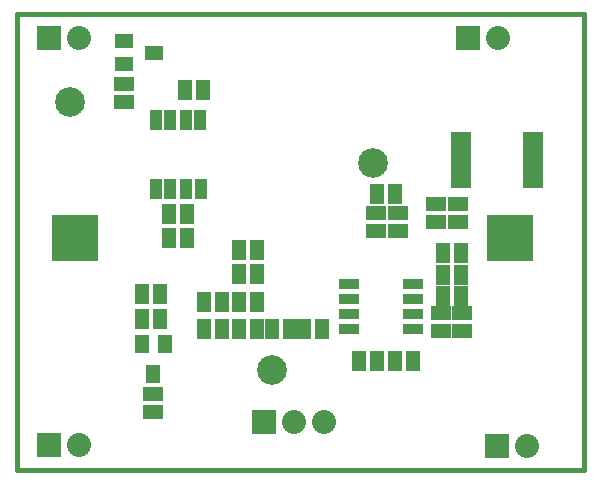
<source format=gts>
G04 (created by PCBNEW-RS274X (2012-apr-16-27)-stable) date Sun 18 May 2014 11:24:35 BST*
G01*
G70*
G90*
%MOIN*%
G04 Gerber Fmt 3.4, Leading zero omitted, Abs format*
%FSLAX34Y34*%
G04 APERTURE LIST*
%ADD10C,0.006000*%
%ADD11C,0.015000*%
%ADD12R,0.047600X0.059400*%
%ADD13R,0.059400X0.047600*%
%ADD14R,0.067200X0.035700*%
%ADD15R,0.043600X0.067200*%
%ADD16R,0.080000X0.080000*%
%ADD17C,0.080000*%
%ADD18R,0.045000X0.065000*%
%ADD19R,0.065000X0.045000*%
%ADD20C,0.098700*%
%ADD21R,0.153900X0.153900*%
G04 APERTURE END LIST*
G54D10*
G54D11*
X43720Y-27490D02*
X43720Y-42710D01*
X62630Y-27490D02*
X43720Y-27490D01*
X62630Y-42710D02*
X62630Y-27490D01*
X43730Y-42710D02*
X62630Y-42710D01*
G54D12*
X48280Y-39490D03*
X47905Y-38490D03*
X48655Y-38490D03*
G54D13*
X48300Y-28790D03*
X47300Y-29165D03*
X47300Y-28415D03*
G54D14*
X58539Y-31592D03*
X58539Y-31848D03*
X58539Y-32104D03*
X58539Y-32359D03*
X58539Y-32616D03*
X58539Y-32872D03*
X58539Y-33128D03*
X60941Y-33128D03*
X60941Y-32872D03*
X60941Y-32616D03*
X60941Y-32360D03*
X60941Y-32104D03*
X60941Y-31848D03*
X60941Y-31592D03*
G54D15*
X49848Y-31048D03*
X49356Y-31048D03*
X48844Y-31048D03*
X48352Y-31048D03*
X48352Y-33332D03*
X48844Y-33332D03*
X49356Y-33332D03*
X49868Y-33332D03*
G54D14*
X56923Y-37998D03*
X56923Y-37506D03*
X56923Y-36994D03*
X56923Y-36502D03*
X54797Y-36502D03*
X54797Y-36994D03*
X54797Y-37506D03*
X54797Y-37998D03*
G54D16*
X58770Y-28300D03*
G54D17*
X59770Y-28300D03*
G54D16*
X44790Y-28300D03*
G54D17*
X45790Y-28300D03*
G54D18*
X49350Y-30050D03*
X49950Y-30050D03*
X48510Y-36830D03*
X47910Y-36830D03*
X49980Y-37100D03*
X50580Y-37100D03*
X49980Y-37990D03*
X50580Y-37990D03*
X51730Y-35380D03*
X51130Y-35380D03*
X51730Y-37100D03*
X51130Y-37100D03*
X58540Y-36200D03*
X57940Y-36200D03*
G54D19*
X57880Y-37480D03*
X57880Y-38080D03*
G54D18*
X56920Y-39060D03*
X56320Y-39060D03*
G54D19*
X55690Y-34120D03*
X55690Y-34720D03*
G54D18*
X57940Y-35470D03*
X58540Y-35470D03*
X49410Y-34170D03*
X48810Y-34170D03*
X49410Y-34960D03*
X48810Y-34960D03*
G54D19*
X47290Y-29840D03*
X47290Y-30440D03*
X48260Y-40170D03*
X48260Y-40770D03*
G54D18*
X48510Y-37670D03*
X47910Y-37670D03*
X53900Y-38010D03*
X53300Y-38010D03*
X51730Y-36180D03*
X51130Y-36180D03*
X51130Y-37990D03*
X51730Y-37990D03*
X52830Y-37990D03*
X52230Y-37990D03*
X57940Y-36900D03*
X58540Y-36900D03*
G54D19*
X58560Y-37480D03*
X58560Y-38080D03*
G54D18*
X55740Y-39060D03*
X55140Y-39060D03*
G54D19*
X57690Y-34420D03*
X57690Y-33820D03*
G54D18*
X55750Y-33510D03*
X56350Y-33510D03*
G54D19*
X56440Y-34130D03*
X56440Y-34730D03*
X58430Y-34420D03*
X58430Y-33820D03*
G54D20*
X45490Y-30440D03*
X52240Y-39380D03*
X55590Y-32470D03*
G54D16*
X51980Y-41100D03*
G54D17*
X52980Y-41100D03*
X53980Y-41100D03*
G54D16*
X44790Y-41880D03*
G54D17*
X45790Y-41880D03*
G54D16*
X59750Y-41890D03*
G54D17*
X60750Y-41890D03*
G54D21*
X60170Y-34960D03*
X45670Y-34960D03*
M02*

</source>
